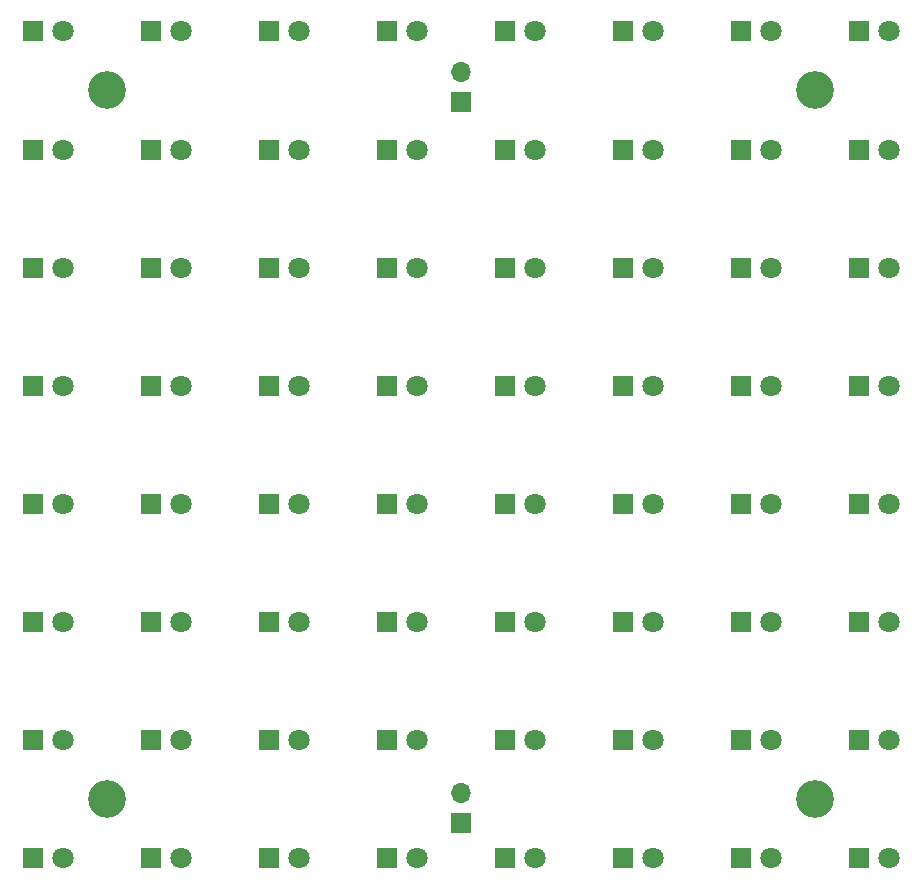
<source format=gbr>
%TF.GenerationSoftware,KiCad,Pcbnew,(5.1.9-0-10_14)*%
%TF.CreationDate,2022-01-06T22:40:05+01:00*%
%TF.ProjectId,8x8_supercomputer,3878385f-7375-4706-9572-636f6d707574,rev?*%
%TF.SameCoordinates,Original*%
%TF.FileFunction,Soldermask,Top*%
%TF.FilePolarity,Negative*%
%FSLAX46Y46*%
G04 Gerber Fmt 4.6, Leading zero omitted, Abs format (unit mm)*
G04 Created by KiCad (PCBNEW (5.1.9-0-10_14)) date 2022-01-06 22:40:05*
%MOMM*%
%LPD*%
G01*
G04 APERTURE LIST*
%ADD10C,1.800000*%
%ADD11R,1.800000X1.800000*%
%ADD12C,3.200000*%
%ADD13O,1.700000X1.700000*%
%ADD14R,1.700000X1.700000*%
G04 APERTURE END LIST*
D10*
%TO.C,D1*%
X76270000Y-75000000D03*
D11*
X73730000Y-75000000D03*
%TD*%
D10*
%TO.C,D1*%
X66270000Y-75000000D03*
D11*
X63730000Y-75000000D03*
%TD*%
D10*
%TO.C,D1*%
X56270000Y-75000000D03*
D11*
X53730000Y-75000000D03*
%TD*%
D10*
%TO.C,D1*%
X46270000Y-75000000D03*
D11*
X43730000Y-75000000D03*
%TD*%
D10*
%TO.C,D1*%
X36270000Y-75000000D03*
D11*
X33730000Y-75000000D03*
%TD*%
D10*
%TO.C,D1*%
X26270000Y-75000000D03*
D11*
X23730000Y-75000000D03*
%TD*%
D10*
%TO.C,D1*%
X16270000Y-75000000D03*
D11*
X13730000Y-75000000D03*
%TD*%
D10*
%TO.C,D1*%
X6270000Y-75000000D03*
D11*
X3730000Y-75000000D03*
%TD*%
D10*
%TO.C,D1*%
X76270000Y-65000000D03*
D11*
X73730000Y-65000000D03*
%TD*%
D10*
%TO.C,D1*%
X66270000Y-65000000D03*
D11*
X63730000Y-65000000D03*
%TD*%
D10*
%TO.C,D1*%
X56270000Y-65000000D03*
D11*
X53730000Y-65000000D03*
%TD*%
D10*
%TO.C,D1*%
X46270000Y-65000000D03*
D11*
X43730000Y-65000000D03*
%TD*%
D10*
%TO.C,D1*%
X36270000Y-65000000D03*
D11*
X33730000Y-65000000D03*
%TD*%
D10*
%TO.C,D1*%
X26270000Y-65000000D03*
D11*
X23730000Y-65000000D03*
%TD*%
D10*
%TO.C,D1*%
X16270000Y-65000000D03*
D11*
X13730000Y-65000000D03*
%TD*%
D10*
%TO.C,D1*%
X6270000Y-65000000D03*
D11*
X3730000Y-65000000D03*
%TD*%
D10*
%TO.C,D1*%
X76270000Y-55000000D03*
D11*
X73730000Y-55000000D03*
%TD*%
D10*
%TO.C,D1*%
X66270000Y-55000000D03*
D11*
X63730000Y-55000000D03*
%TD*%
D10*
%TO.C,D1*%
X56270000Y-55000000D03*
D11*
X53730000Y-55000000D03*
%TD*%
D10*
%TO.C,D1*%
X46270000Y-55000000D03*
D11*
X43730000Y-55000000D03*
%TD*%
D10*
%TO.C,D1*%
X36270000Y-55000000D03*
D11*
X33730000Y-55000000D03*
%TD*%
D10*
%TO.C,D1*%
X26270000Y-55000000D03*
D11*
X23730000Y-55000000D03*
%TD*%
D10*
%TO.C,D1*%
X16270000Y-55000000D03*
D11*
X13730000Y-55000000D03*
%TD*%
D10*
%TO.C,D1*%
X6270000Y-55000000D03*
D11*
X3730000Y-55000000D03*
%TD*%
D10*
%TO.C,D1*%
X76270000Y-45000000D03*
D11*
X73730000Y-45000000D03*
%TD*%
D10*
%TO.C,D1*%
X66270000Y-45000000D03*
D11*
X63730000Y-45000000D03*
%TD*%
D10*
%TO.C,D1*%
X56270000Y-45000000D03*
D11*
X53730000Y-45000000D03*
%TD*%
D10*
%TO.C,D1*%
X46270000Y-45000000D03*
D11*
X43730000Y-45000000D03*
%TD*%
D10*
%TO.C,D1*%
X36270000Y-45000000D03*
D11*
X33730000Y-45000000D03*
%TD*%
D10*
%TO.C,D1*%
X26270000Y-45000000D03*
D11*
X23730000Y-45000000D03*
%TD*%
D10*
%TO.C,D1*%
X16270000Y-45000000D03*
D11*
X13730000Y-45000000D03*
%TD*%
D10*
%TO.C,D1*%
X6270000Y-45000000D03*
D11*
X3730000Y-45000000D03*
%TD*%
D10*
%TO.C,D1*%
X76270000Y-35000000D03*
D11*
X73730000Y-35000000D03*
%TD*%
D10*
%TO.C,D1*%
X66270000Y-35000000D03*
D11*
X63730000Y-35000000D03*
%TD*%
D10*
%TO.C,D1*%
X56270000Y-35000000D03*
D11*
X53730000Y-35000000D03*
%TD*%
D10*
%TO.C,D1*%
X46270000Y-35000000D03*
D11*
X43730000Y-35000000D03*
%TD*%
D10*
%TO.C,D1*%
X36270000Y-35000000D03*
D11*
X33730000Y-35000000D03*
%TD*%
D10*
%TO.C,D1*%
X26270000Y-35000000D03*
D11*
X23730000Y-35000000D03*
%TD*%
D10*
%TO.C,D1*%
X16270000Y-35000000D03*
D11*
X13730000Y-35000000D03*
%TD*%
D10*
%TO.C,D1*%
X6270000Y-35000000D03*
D11*
X3730000Y-35000000D03*
%TD*%
D10*
%TO.C,D1*%
X76270000Y-25000000D03*
D11*
X73730000Y-25000000D03*
%TD*%
D10*
%TO.C,D1*%
X66270000Y-25000000D03*
D11*
X63730000Y-25000000D03*
%TD*%
D10*
%TO.C,D1*%
X56270000Y-25000000D03*
D11*
X53730000Y-25000000D03*
%TD*%
D10*
%TO.C,D1*%
X46270000Y-25000000D03*
D11*
X43730000Y-25000000D03*
%TD*%
D10*
%TO.C,D1*%
X36270000Y-25000000D03*
D11*
X33730000Y-25000000D03*
%TD*%
D10*
%TO.C,D1*%
X26270000Y-25000000D03*
D11*
X23730000Y-25000000D03*
%TD*%
D10*
%TO.C,D1*%
X16270000Y-25000000D03*
D11*
X13730000Y-25000000D03*
%TD*%
D10*
%TO.C,D1*%
X6270000Y-25000000D03*
D11*
X3730000Y-25000000D03*
%TD*%
D10*
%TO.C,D1*%
X76270000Y-15000000D03*
D11*
X73730000Y-15000000D03*
%TD*%
D10*
%TO.C,D1*%
X66270000Y-15000000D03*
D11*
X63730000Y-15000000D03*
%TD*%
D10*
%TO.C,D1*%
X56270000Y-15000000D03*
D11*
X53730000Y-15000000D03*
%TD*%
D10*
%TO.C,D1*%
X46270000Y-15000000D03*
D11*
X43730000Y-15000000D03*
%TD*%
D10*
%TO.C,D1*%
X36270000Y-15000000D03*
D11*
X33730000Y-15000000D03*
%TD*%
D10*
%TO.C,D1*%
X26270000Y-15000000D03*
D11*
X23730000Y-15000000D03*
%TD*%
D10*
%TO.C,D1*%
X16270000Y-15000000D03*
D11*
X13730000Y-15000000D03*
%TD*%
D10*
%TO.C,D1*%
X6270000Y-15000000D03*
D11*
X3730000Y-15000000D03*
%TD*%
D10*
%TO.C,D1*%
X76270000Y-5000000D03*
D11*
X73730000Y-5000000D03*
%TD*%
D10*
%TO.C,D1*%
X66270000Y-5000000D03*
D11*
X63730000Y-5000000D03*
%TD*%
D10*
%TO.C,D1*%
X56270000Y-5000000D03*
D11*
X53730000Y-5000000D03*
%TD*%
D10*
%TO.C,D1*%
X46270000Y-5000000D03*
D11*
X43730000Y-5000000D03*
%TD*%
D10*
%TO.C,D1*%
X36270000Y-5000000D03*
D11*
X33730000Y-5000000D03*
%TD*%
D10*
%TO.C,D1*%
X26270000Y-5000000D03*
D11*
X23730000Y-5000000D03*
%TD*%
D10*
%TO.C,D1*%
X16270000Y-5000000D03*
D11*
X13730000Y-5000000D03*
%TD*%
D10*
%TO.C,D1*%
X6270000Y-5000000D03*
D11*
X3730000Y-5000000D03*
%TD*%
D12*
%TO.C,REF\u002A\u002A*%
X70000000Y-70000000D03*
%TD*%
%TO.C,REF\u002A\u002A*%
X10000000Y-70000000D03*
%TD*%
%TO.C,REF\u002A\u002A*%
X70000000Y-10000000D03*
%TD*%
%TO.C,REF\u002A\u002A*%
X10000000Y-10000000D03*
%TD*%
D13*
%TO.C,J2*%
X40000000Y-69460000D03*
D14*
X40000000Y-72000000D03*
%TD*%
D13*
%TO.C,J1*%
X40000000Y-8460000D03*
D14*
X40000000Y-11000000D03*
%TD*%
M02*

</source>
